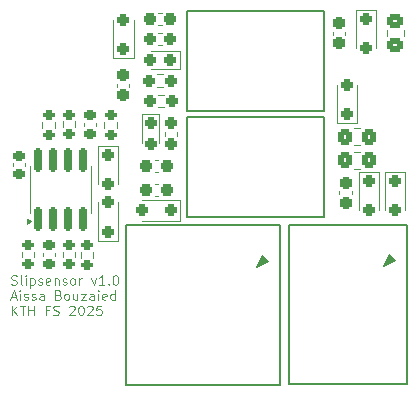
<source format=gto>
G04 #@! TF.GenerationSoftware,KiCad,Pcbnew,9.0.0*
G04 #@! TF.CreationDate,2025-06-17T18:49:07+02:00*
G04 #@! TF.ProjectId,SlipSensor_HW,536c6970-5365-46e7-936f-725f48572e6b,rev?*
G04 #@! TF.SameCoordinates,Original*
G04 #@! TF.FileFunction,Legend,Top*
G04 #@! TF.FilePolarity,Positive*
%FSLAX46Y46*%
G04 Gerber Fmt 4.6, Leading zero omitted, Abs format (unit mm)*
G04 Created by KiCad (PCBNEW 9.0.0) date 2025-06-17 18:49:07*
%MOMM*%
%LPD*%
G01*
G04 APERTURE LIST*
G04 Aperture macros list*
%AMRoundRect*
0 Rectangle with rounded corners*
0 $1 Rounding radius*
0 $2 $3 $4 $5 $6 $7 $8 $9 X,Y pos of 4 corners*
0 Add a 4 corners polygon primitive as box body*
4,1,4,$2,$3,$4,$5,$6,$7,$8,$9,$2,$3,0*
0 Add four circle primitives for the rounded corners*
1,1,$1+$1,$2,$3*
1,1,$1+$1,$4,$5*
1,1,$1+$1,$6,$7*
1,1,$1+$1,$8,$9*
0 Add four rect primitives between the rounded corners*
20,1,$1+$1,$2,$3,$4,$5,0*
20,1,$1+$1,$4,$5,$6,$7,0*
20,1,$1+$1,$6,$7,$8,$9,0*
20,1,$1+$1,$8,$9,$2,$3,0*%
G04 Aperture macros list end*
%ADD10C,0.080000*%
%ADD11C,0.120000*%
%ADD12C,0.150000*%
%ADD13C,0.100000*%
%ADD14RoundRect,0.237500X0.287500X0.237500X-0.287500X0.237500X-0.287500X-0.237500X0.287500X-0.237500X0*%
%ADD15RoundRect,0.225000X0.250000X-0.225000X0.250000X0.225000X-0.250000X0.225000X-0.250000X-0.225000X0*%
%ADD16RoundRect,0.237500X-0.250000X-0.237500X0.250000X-0.237500X0.250000X0.237500X-0.250000X0.237500X0*%
%ADD17RoundRect,0.225000X-0.250000X0.225000X-0.250000X-0.225000X0.250000X-0.225000X0.250000X0.225000X0*%
%ADD18RoundRect,0.250000X-0.250000X0.250000X-0.250000X-0.250000X0.250000X-0.250000X0.250000X0.250000X0*%
%ADD19RoundRect,0.200000X-0.275000X0.200000X-0.275000X-0.200000X0.275000X-0.200000X0.275000X0.200000X0*%
%ADD20C,1.524000*%
%ADD21RoundRect,0.237500X0.300000X0.237500X-0.300000X0.237500X-0.300000X-0.237500X0.300000X-0.237500X0*%
%ADD22C,3.200000*%
%ADD23RoundRect,0.200000X0.275000X-0.200000X0.275000X0.200000X-0.275000X0.200000X-0.275000X-0.200000X0*%
%ADD24RoundRect,0.237500X-0.300000X-0.237500X0.300000X-0.237500X0.300000X0.237500X-0.300000X0.237500X0*%
%ADD25RoundRect,0.250000X0.250000X0.250000X-0.250000X0.250000X-0.250000X-0.250000X0.250000X-0.250000X0*%
%ADD26RoundRect,0.237500X-0.237500X0.300000X-0.237500X-0.300000X0.237500X-0.300000X0.237500X0.300000X0*%
%ADD27RoundRect,0.237500X-0.237500X0.287500X-0.237500X-0.287500X0.237500X-0.287500X0.237500X0.287500X0*%
%ADD28RoundRect,0.250000X0.250000X-0.250000X0.250000X0.250000X-0.250000X0.250000X-0.250000X-0.250000X0*%
%ADD29RoundRect,0.150000X0.150000X-0.825000X0.150000X0.825000X-0.150000X0.825000X-0.150000X-0.825000X0*%
%ADD30RoundRect,0.250000X-0.325000X-0.450000X0.325000X-0.450000X0.325000X0.450000X-0.325000X0.450000X0*%
%ADD31RoundRect,0.250000X-0.450000X0.325000X-0.450000X-0.325000X0.450000X-0.325000X0.450000X0.325000X0*%
%ADD32C,3.000000*%
%ADD33C,1.800000*%
%ADD34RoundRect,0.237500X-0.287500X-0.237500X0.287500X-0.237500X0.287500X0.237500X-0.287500X0.237500X0*%
%ADD35RoundRect,0.237500X0.237500X-0.287500X0.237500X0.287500X-0.237500X0.287500X-0.237500X-0.287500X0*%
G04 APERTURE END LIST*
D10*
X105205011Y-80745975D02*
X105319297Y-80784070D01*
X105319297Y-80784070D02*
X105509773Y-80784070D01*
X105509773Y-80784070D02*
X105585964Y-80745975D01*
X105585964Y-80745975D02*
X105624059Y-80707879D01*
X105624059Y-80707879D02*
X105662154Y-80631689D01*
X105662154Y-80631689D02*
X105662154Y-80555498D01*
X105662154Y-80555498D02*
X105624059Y-80479308D01*
X105624059Y-80479308D02*
X105585964Y-80441213D01*
X105585964Y-80441213D02*
X105509773Y-80403117D01*
X105509773Y-80403117D02*
X105357392Y-80365022D01*
X105357392Y-80365022D02*
X105281202Y-80326927D01*
X105281202Y-80326927D02*
X105243107Y-80288832D01*
X105243107Y-80288832D02*
X105205011Y-80212641D01*
X105205011Y-80212641D02*
X105205011Y-80136451D01*
X105205011Y-80136451D02*
X105243107Y-80060260D01*
X105243107Y-80060260D02*
X105281202Y-80022165D01*
X105281202Y-80022165D02*
X105357392Y-79984070D01*
X105357392Y-79984070D02*
X105547869Y-79984070D01*
X105547869Y-79984070D02*
X105662154Y-80022165D01*
X106119297Y-80784070D02*
X106043107Y-80745975D01*
X106043107Y-80745975D02*
X106005012Y-80669784D01*
X106005012Y-80669784D02*
X106005012Y-79984070D01*
X106424060Y-80784070D02*
X106424060Y-80250736D01*
X106424060Y-79984070D02*
X106385964Y-80022165D01*
X106385964Y-80022165D02*
X106424060Y-80060260D01*
X106424060Y-80060260D02*
X106462155Y-80022165D01*
X106462155Y-80022165D02*
X106424060Y-79984070D01*
X106424060Y-79984070D02*
X106424060Y-80060260D01*
X106805012Y-80250736D02*
X106805012Y-81050736D01*
X106805012Y-80288832D02*
X106881202Y-80250736D01*
X106881202Y-80250736D02*
X107033583Y-80250736D01*
X107033583Y-80250736D02*
X107109774Y-80288832D01*
X107109774Y-80288832D02*
X107147869Y-80326927D01*
X107147869Y-80326927D02*
X107185964Y-80403117D01*
X107185964Y-80403117D02*
X107185964Y-80631689D01*
X107185964Y-80631689D02*
X107147869Y-80707879D01*
X107147869Y-80707879D02*
X107109774Y-80745975D01*
X107109774Y-80745975D02*
X107033583Y-80784070D01*
X107033583Y-80784070D02*
X106881202Y-80784070D01*
X106881202Y-80784070D02*
X106805012Y-80745975D01*
X107490726Y-80745975D02*
X107566917Y-80784070D01*
X107566917Y-80784070D02*
X107719298Y-80784070D01*
X107719298Y-80784070D02*
X107795488Y-80745975D01*
X107795488Y-80745975D02*
X107833584Y-80669784D01*
X107833584Y-80669784D02*
X107833584Y-80631689D01*
X107833584Y-80631689D02*
X107795488Y-80555498D01*
X107795488Y-80555498D02*
X107719298Y-80517403D01*
X107719298Y-80517403D02*
X107605012Y-80517403D01*
X107605012Y-80517403D02*
X107528822Y-80479308D01*
X107528822Y-80479308D02*
X107490726Y-80403117D01*
X107490726Y-80403117D02*
X107490726Y-80365022D01*
X107490726Y-80365022D02*
X107528822Y-80288832D01*
X107528822Y-80288832D02*
X107605012Y-80250736D01*
X107605012Y-80250736D02*
X107719298Y-80250736D01*
X107719298Y-80250736D02*
X107795488Y-80288832D01*
X108481203Y-80745975D02*
X108405012Y-80784070D01*
X108405012Y-80784070D02*
X108252631Y-80784070D01*
X108252631Y-80784070D02*
X108176441Y-80745975D01*
X108176441Y-80745975D02*
X108138345Y-80669784D01*
X108138345Y-80669784D02*
X108138345Y-80365022D01*
X108138345Y-80365022D02*
X108176441Y-80288832D01*
X108176441Y-80288832D02*
X108252631Y-80250736D01*
X108252631Y-80250736D02*
X108405012Y-80250736D01*
X108405012Y-80250736D02*
X108481203Y-80288832D01*
X108481203Y-80288832D02*
X108519298Y-80365022D01*
X108519298Y-80365022D02*
X108519298Y-80441213D01*
X108519298Y-80441213D02*
X108138345Y-80517403D01*
X108862155Y-80250736D02*
X108862155Y-80784070D01*
X108862155Y-80326927D02*
X108900250Y-80288832D01*
X108900250Y-80288832D02*
X108976440Y-80250736D01*
X108976440Y-80250736D02*
X109090726Y-80250736D01*
X109090726Y-80250736D02*
X109166917Y-80288832D01*
X109166917Y-80288832D02*
X109205012Y-80365022D01*
X109205012Y-80365022D02*
X109205012Y-80784070D01*
X109547869Y-80745975D02*
X109624060Y-80784070D01*
X109624060Y-80784070D02*
X109776441Y-80784070D01*
X109776441Y-80784070D02*
X109852631Y-80745975D01*
X109852631Y-80745975D02*
X109890727Y-80669784D01*
X109890727Y-80669784D02*
X109890727Y-80631689D01*
X109890727Y-80631689D02*
X109852631Y-80555498D01*
X109852631Y-80555498D02*
X109776441Y-80517403D01*
X109776441Y-80517403D02*
X109662155Y-80517403D01*
X109662155Y-80517403D02*
X109585965Y-80479308D01*
X109585965Y-80479308D02*
X109547869Y-80403117D01*
X109547869Y-80403117D02*
X109547869Y-80365022D01*
X109547869Y-80365022D02*
X109585965Y-80288832D01*
X109585965Y-80288832D02*
X109662155Y-80250736D01*
X109662155Y-80250736D02*
X109776441Y-80250736D01*
X109776441Y-80250736D02*
X109852631Y-80288832D01*
X110347869Y-80784070D02*
X110271679Y-80745975D01*
X110271679Y-80745975D02*
X110233584Y-80707879D01*
X110233584Y-80707879D02*
X110195488Y-80631689D01*
X110195488Y-80631689D02*
X110195488Y-80403117D01*
X110195488Y-80403117D02*
X110233584Y-80326927D01*
X110233584Y-80326927D02*
X110271679Y-80288832D01*
X110271679Y-80288832D02*
X110347869Y-80250736D01*
X110347869Y-80250736D02*
X110462155Y-80250736D01*
X110462155Y-80250736D02*
X110538346Y-80288832D01*
X110538346Y-80288832D02*
X110576441Y-80326927D01*
X110576441Y-80326927D02*
X110614536Y-80403117D01*
X110614536Y-80403117D02*
X110614536Y-80631689D01*
X110614536Y-80631689D02*
X110576441Y-80707879D01*
X110576441Y-80707879D02*
X110538346Y-80745975D01*
X110538346Y-80745975D02*
X110462155Y-80784070D01*
X110462155Y-80784070D02*
X110347869Y-80784070D01*
X110957394Y-80784070D02*
X110957394Y-80250736D01*
X110957394Y-80403117D02*
X110995489Y-80326927D01*
X110995489Y-80326927D02*
X111033584Y-80288832D01*
X111033584Y-80288832D02*
X111109775Y-80250736D01*
X111109775Y-80250736D02*
X111185965Y-80250736D01*
X111985965Y-80250736D02*
X112176441Y-80784070D01*
X112176441Y-80784070D02*
X112366918Y-80250736D01*
X113090727Y-80784070D02*
X112633584Y-80784070D01*
X112862156Y-80784070D02*
X112862156Y-79984070D01*
X112862156Y-79984070D02*
X112785965Y-80098355D01*
X112785965Y-80098355D02*
X112709775Y-80174546D01*
X112709775Y-80174546D02*
X112633584Y-80212641D01*
X113433585Y-80707879D02*
X113471680Y-80745975D01*
X113471680Y-80745975D02*
X113433585Y-80784070D01*
X113433585Y-80784070D02*
X113395489Y-80745975D01*
X113395489Y-80745975D02*
X113433585Y-80707879D01*
X113433585Y-80707879D02*
X113433585Y-80784070D01*
X113966918Y-79984070D02*
X114043108Y-79984070D01*
X114043108Y-79984070D02*
X114119299Y-80022165D01*
X114119299Y-80022165D02*
X114157394Y-80060260D01*
X114157394Y-80060260D02*
X114195489Y-80136451D01*
X114195489Y-80136451D02*
X114233584Y-80288832D01*
X114233584Y-80288832D02*
X114233584Y-80479308D01*
X114233584Y-80479308D02*
X114195489Y-80631689D01*
X114195489Y-80631689D02*
X114157394Y-80707879D01*
X114157394Y-80707879D02*
X114119299Y-80745975D01*
X114119299Y-80745975D02*
X114043108Y-80784070D01*
X114043108Y-80784070D02*
X113966918Y-80784070D01*
X113966918Y-80784070D02*
X113890727Y-80745975D01*
X113890727Y-80745975D02*
X113852632Y-80707879D01*
X113852632Y-80707879D02*
X113814537Y-80631689D01*
X113814537Y-80631689D02*
X113776441Y-80479308D01*
X113776441Y-80479308D02*
X113776441Y-80288832D01*
X113776441Y-80288832D02*
X113814537Y-80136451D01*
X113814537Y-80136451D02*
X113852632Y-80060260D01*
X113852632Y-80060260D02*
X113890727Y-80022165D01*
X113890727Y-80022165D02*
X113966918Y-79984070D01*
X105205011Y-81843453D02*
X105585964Y-81843453D01*
X105128821Y-82072025D02*
X105395488Y-81272025D01*
X105395488Y-81272025D02*
X105662154Y-82072025D01*
X105928821Y-82072025D02*
X105928821Y-81538691D01*
X105928821Y-81272025D02*
X105890725Y-81310120D01*
X105890725Y-81310120D02*
X105928821Y-81348215D01*
X105928821Y-81348215D02*
X105966916Y-81310120D01*
X105966916Y-81310120D02*
X105928821Y-81272025D01*
X105928821Y-81272025D02*
X105928821Y-81348215D01*
X106271677Y-82033930D02*
X106347868Y-82072025D01*
X106347868Y-82072025D02*
X106500249Y-82072025D01*
X106500249Y-82072025D02*
X106576439Y-82033930D01*
X106576439Y-82033930D02*
X106614535Y-81957739D01*
X106614535Y-81957739D02*
X106614535Y-81919644D01*
X106614535Y-81919644D02*
X106576439Y-81843453D01*
X106576439Y-81843453D02*
X106500249Y-81805358D01*
X106500249Y-81805358D02*
X106385963Y-81805358D01*
X106385963Y-81805358D02*
X106309773Y-81767263D01*
X106309773Y-81767263D02*
X106271677Y-81691072D01*
X106271677Y-81691072D02*
X106271677Y-81652977D01*
X106271677Y-81652977D02*
X106309773Y-81576787D01*
X106309773Y-81576787D02*
X106385963Y-81538691D01*
X106385963Y-81538691D02*
X106500249Y-81538691D01*
X106500249Y-81538691D02*
X106576439Y-81576787D01*
X106919296Y-82033930D02*
X106995487Y-82072025D01*
X106995487Y-82072025D02*
X107147868Y-82072025D01*
X107147868Y-82072025D02*
X107224058Y-82033930D01*
X107224058Y-82033930D02*
X107262154Y-81957739D01*
X107262154Y-81957739D02*
X107262154Y-81919644D01*
X107262154Y-81919644D02*
X107224058Y-81843453D01*
X107224058Y-81843453D02*
X107147868Y-81805358D01*
X107147868Y-81805358D02*
X107033582Y-81805358D01*
X107033582Y-81805358D02*
X106957392Y-81767263D01*
X106957392Y-81767263D02*
X106919296Y-81691072D01*
X106919296Y-81691072D02*
X106919296Y-81652977D01*
X106919296Y-81652977D02*
X106957392Y-81576787D01*
X106957392Y-81576787D02*
X107033582Y-81538691D01*
X107033582Y-81538691D02*
X107147868Y-81538691D01*
X107147868Y-81538691D02*
X107224058Y-81576787D01*
X107947868Y-82072025D02*
X107947868Y-81652977D01*
X107947868Y-81652977D02*
X107909773Y-81576787D01*
X107909773Y-81576787D02*
X107833582Y-81538691D01*
X107833582Y-81538691D02*
X107681201Y-81538691D01*
X107681201Y-81538691D02*
X107605011Y-81576787D01*
X107947868Y-82033930D02*
X107871677Y-82072025D01*
X107871677Y-82072025D02*
X107681201Y-82072025D01*
X107681201Y-82072025D02*
X107605011Y-82033930D01*
X107605011Y-82033930D02*
X107566915Y-81957739D01*
X107566915Y-81957739D02*
X107566915Y-81881549D01*
X107566915Y-81881549D02*
X107605011Y-81805358D01*
X107605011Y-81805358D02*
X107681201Y-81767263D01*
X107681201Y-81767263D02*
X107871677Y-81767263D01*
X107871677Y-81767263D02*
X107947868Y-81729168D01*
X109205011Y-81652977D02*
X109319297Y-81691072D01*
X109319297Y-81691072D02*
X109357392Y-81729168D01*
X109357392Y-81729168D02*
X109395488Y-81805358D01*
X109395488Y-81805358D02*
X109395488Y-81919644D01*
X109395488Y-81919644D02*
X109357392Y-81995834D01*
X109357392Y-81995834D02*
X109319297Y-82033930D01*
X109319297Y-82033930D02*
X109243107Y-82072025D01*
X109243107Y-82072025D02*
X108938345Y-82072025D01*
X108938345Y-82072025D02*
X108938345Y-81272025D01*
X108938345Y-81272025D02*
X109205011Y-81272025D01*
X109205011Y-81272025D02*
X109281202Y-81310120D01*
X109281202Y-81310120D02*
X109319297Y-81348215D01*
X109319297Y-81348215D02*
X109357392Y-81424406D01*
X109357392Y-81424406D02*
X109357392Y-81500596D01*
X109357392Y-81500596D02*
X109319297Y-81576787D01*
X109319297Y-81576787D02*
X109281202Y-81614882D01*
X109281202Y-81614882D02*
X109205011Y-81652977D01*
X109205011Y-81652977D02*
X108938345Y-81652977D01*
X109852630Y-82072025D02*
X109776440Y-82033930D01*
X109776440Y-82033930D02*
X109738345Y-81995834D01*
X109738345Y-81995834D02*
X109700249Y-81919644D01*
X109700249Y-81919644D02*
X109700249Y-81691072D01*
X109700249Y-81691072D02*
X109738345Y-81614882D01*
X109738345Y-81614882D02*
X109776440Y-81576787D01*
X109776440Y-81576787D02*
X109852630Y-81538691D01*
X109852630Y-81538691D02*
X109966916Y-81538691D01*
X109966916Y-81538691D02*
X110043107Y-81576787D01*
X110043107Y-81576787D02*
X110081202Y-81614882D01*
X110081202Y-81614882D02*
X110119297Y-81691072D01*
X110119297Y-81691072D02*
X110119297Y-81919644D01*
X110119297Y-81919644D02*
X110081202Y-81995834D01*
X110081202Y-81995834D02*
X110043107Y-82033930D01*
X110043107Y-82033930D02*
X109966916Y-82072025D01*
X109966916Y-82072025D02*
X109852630Y-82072025D01*
X110805012Y-81538691D02*
X110805012Y-82072025D01*
X110462155Y-81538691D02*
X110462155Y-81957739D01*
X110462155Y-81957739D02*
X110500250Y-82033930D01*
X110500250Y-82033930D02*
X110576440Y-82072025D01*
X110576440Y-82072025D02*
X110690726Y-82072025D01*
X110690726Y-82072025D02*
X110766917Y-82033930D01*
X110766917Y-82033930D02*
X110805012Y-81995834D01*
X111109774Y-81538691D02*
X111528822Y-81538691D01*
X111528822Y-81538691D02*
X111109774Y-82072025D01*
X111109774Y-82072025D02*
X111528822Y-82072025D01*
X112176441Y-82072025D02*
X112176441Y-81652977D01*
X112176441Y-81652977D02*
X112138346Y-81576787D01*
X112138346Y-81576787D02*
X112062155Y-81538691D01*
X112062155Y-81538691D02*
X111909774Y-81538691D01*
X111909774Y-81538691D02*
X111833584Y-81576787D01*
X112176441Y-82033930D02*
X112100250Y-82072025D01*
X112100250Y-82072025D02*
X111909774Y-82072025D01*
X111909774Y-82072025D02*
X111833584Y-82033930D01*
X111833584Y-82033930D02*
X111795488Y-81957739D01*
X111795488Y-81957739D02*
X111795488Y-81881549D01*
X111795488Y-81881549D02*
X111833584Y-81805358D01*
X111833584Y-81805358D02*
X111909774Y-81767263D01*
X111909774Y-81767263D02*
X112100250Y-81767263D01*
X112100250Y-81767263D02*
X112176441Y-81729168D01*
X112557394Y-82072025D02*
X112557394Y-81538691D01*
X112557394Y-81272025D02*
X112519298Y-81310120D01*
X112519298Y-81310120D02*
X112557394Y-81348215D01*
X112557394Y-81348215D02*
X112595489Y-81310120D01*
X112595489Y-81310120D02*
X112557394Y-81272025D01*
X112557394Y-81272025D02*
X112557394Y-81348215D01*
X113243108Y-82033930D02*
X113166917Y-82072025D01*
X113166917Y-82072025D02*
X113014536Y-82072025D01*
X113014536Y-82072025D02*
X112938346Y-82033930D01*
X112938346Y-82033930D02*
X112900250Y-81957739D01*
X112900250Y-81957739D02*
X112900250Y-81652977D01*
X112900250Y-81652977D02*
X112938346Y-81576787D01*
X112938346Y-81576787D02*
X113014536Y-81538691D01*
X113014536Y-81538691D02*
X113166917Y-81538691D01*
X113166917Y-81538691D02*
X113243108Y-81576787D01*
X113243108Y-81576787D02*
X113281203Y-81652977D01*
X113281203Y-81652977D02*
X113281203Y-81729168D01*
X113281203Y-81729168D02*
X112900250Y-81805358D01*
X113966917Y-82072025D02*
X113966917Y-81272025D01*
X113966917Y-82033930D02*
X113890726Y-82072025D01*
X113890726Y-82072025D02*
X113738345Y-82072025D01*
X113738345Y-82072025D02*
X113662155Y-82033930D01*
X113662155Y-82033930D02*
X113624060Y-81995834D01*
X113624060Y-81995834D02*
X113585964Y-81919644D01*
X113585964Y-81919644D02*
X113585964Y-81691072D01*
X113585964Y-81691072D02*
X113624060Y-81614882D01*
X113624060Y-81614882D02*
X113662155Y-81576787D01*
X113662155Y-81576787D02*
X113738345Y-81538691D01*
X113738345Y-81538691D02*
X113890726Y-81538691D01*
X113890726Y-81538691D02*
X113966917Y-81576787D01*
X105243107Y-83359980D02*
X105243107Y-82559980D01*
X105700250Y-83359980D02*
X105357392Y-82902837D01*
X105700250Y-82559980D02*
X105243107Y-83017123D01*
X105928821Y-82559980D02*
X106385964Y-82559980D01*
X106157392Y-83359980D02*
X106157392Y-82559980D01*
X106652631Y-83359980D02*
X106652631Y-82559980D01*
X106652631Y-82940932D02*
X107109774Y-82940932D01*
X107109774Y-83359980D02*
X107109774Y-82559980D01*
X108366916Y-82940932D02*
X108100250Y-82940932D01*
X108100250Y-83359980D02*
X108100250Y-82559980D01*
X108100250Y-82559980D02*
X108481202Y-82559980D01*
X108747868Y-83321885D02*
X108862154Y-83359980D01*
X108862154Y-83359980D02*
X109052630Y-83359980D01*
X109052630Y-83359980D02*
X109128821Y-83321885D01*
X109128821Y-83321885D02*
X109166916Y-83283789D01*
X109166916Y-83283789D02*
X109205011Y-83207599D01*
X109205011Y-83207599D02*
X109205011Y-83131408D01*
X109205011Y-83131408D02*
X109166916Y-83055218D01*
X109166916Y-83055218D02*
X109128821Y-83017123D01*
X109128821Y-83017123D02*
X109052630Y-82979027D01*
X109052630Y-82979027D02*
X108900249Y-82940932D01*
X108900249Y-82940932D02*
X108824059Y-82902837D01*
X108824059Y-82902837D02*
X108785964Y-82864742D01*
X108785964Y-82864742D02*
X108747868Y-82788551D01*
X108747868Y-82788551D02*
X108747868Y-82712361D01*
X108747868Y-82712361D02*
X108785964Y-82636170D01*
X108785964Y-82636170D02*
X108824059Y-82598075D01*
X108824059Y-82598075D02*
X108900249Y-82559980D01*
X108900249Y-82559980D02*
X109090726Y-82559980D01*
X109090726Y-82559980D02*
X109205011Y-82598075D01*
X110119297Y-82636170D02*
X110157393Y-82598075D01*
X110157393Y-82598075D02*
X110233583Y-82559980D01*
X110233583Y-82559980D02*
X110424059Y-82559980D01*
X110424059Y-82559980D02*
X110500250Y-82598075D01*
X110500250Y-82598075D02*
X110538345Y-82636170D01*
X110538345Y-82636170D02*
X110576440Y-82712361D01*
X110576440Y-82712361D02*
X110576440Y-82788551D01*
X110576440Y-82788551D02*
X110538345Y-82902837D01*
X110538345Y-82902837D02*
X110081202Y-83359980D01*
X110081202Y-83359980D02*
X110576440Y-83359980D01*
X111071679Y-82559980D02*
X111147869Y-82559980D01*
X111147869Y-82559980D02*
X111224060Y-82598075D01*
X111224060Y-82598075D02*
X111262155Y-82636170D01*
X111262155Y-82636170D02*
X111300250Y-82712361D01*
X111300250Y-82712361D02*
X111338345Y-82864742D01*
X111338345Y-82864742D02*
X111338345Y-83055218D01*
X111338345Y-83055218D02*
X111300250Y-83207599D01*
X111300250Y-83207599D02*
X111262155Y-83283789D01*
X111262155Y-83283789D02*
X111224060Y-83321885D01*
X111224060Y-83321885D02*
X111147869Y-83359980D01*
X111147869Y-83359980D02*
X111071679Y-83359980D01*
X111071679Y-83359980D02*
X110995488Y-83321885D01*
X110995488Y-83321885D02*
X110957393Y-83283789D01*
X110957393Y-83283789D02*
X110919298Y-83207599D01*
X110919298Y-83207599D02*
X110881202Y-83055218D01*
X110881202Y-83055218D02*
X110881202Y-82864742D01*
X110881202Y-82864742D02*
X110919298Y-82712361D01*
X110919298Y-82712361D02*
X110957393Y-82636170D01*
X110957393Y-82636170D02*
X110995488Y-82598075D01*
X110995488Y-82598075D02*
X111071679Y-82559980D01*
X111643107Y-82636170D02*
X111681203Y-82598075D01*
X111681203Y-82598075D02*
X111757393Y-82559980D01*
X111757393Y-82559980D02*
X111947869Y-82559980D01*
X111947869Y-82559980D02*
X112024060Y-82598075D01*
X112024060Y-82598075D02*
X112062155Y-82636170D01*
X112062155Y-82636170D02*
X112100250Y-82712361D01*
X112100250Y-82712361D02*
X112100250Y-82788551D01*
X112100250Y-82788551D02*
X112062155Y-82902837D01*
X112062155Y-82902837D02*
X111605012Y-83359980D01*
X111605012Y-83359980D02*
X112100250Y-83359980D01*
X112824060Y-82559980D02*
X112443108Y-82559980D01*
X112443108Y-82559980D02*
X112405012Y-82940932D01*
X112405012Y-82940932D02*
X112443108Y-82902837D01*
X112443108Y-82902837D02*
X112519298Y-82864742D01*
X112519298Y-82864742D02*
X112709774Y-82864742D01*
X112709774Y-82864742D02*
X112785965Y-82902837D01*
X112785965Y-82902837D02*
X112824060Y-82940932D01*
X112824060Y-82940932D02*
X112862155Y-83017123D01*
X112862155Y-83017123D02*
X112862155Y-83207599D01*
X112862155Y-83207599D02*
X112824060Y-83283789D01*
X112824060Y-83283789D02*
X112785965Y-83321885D01*
X112785965Y-83321885D02*
X112709774Y-83359980D01*
X112709774Y-83359980D02*
X112519298Y-83359980D01*
X112519298Y-83359980D02*
X112443108Y-83321885D01*
X112443108Y-83321885D02*
X112405012Y-83283789D01*
D11*
X117000000Y-62485000D02*
X119460000Y-62485000D01*
X119460000Y-61015000D02*
X117000000Y-61015000D01*
X119460000Y-62485000D02*
X119460000Y-61015000D01*
X111355000Y-67365580D02*
X111355000Y-67084420D01*
X112375000Y-67365580D02*
X112375000Y-67084420D01*
X117545276Y-62977500D02*
X118054724Y-62977500D01*
X117545276Y-64022500D02*
X118054724Y-64022500D01*
X105355000Y-70484420D02*
X105355000Y-70765580D01*
X106375000Y-70484420D02*
X106375000Y-70765580D01*
X134650000Y-71240000D02*
X134650000Y-74500000D01*
X136350000Y-71240000D02*
X134650000Y-71240000D01*
X136350000Y-71240000D02*
X136350000Y-74500000D01*
X106092500Y-77987742D02*
X106092500Y-78462258D01*
X107137500Y-77987742D02*
X107137500Y-78462258D01*
D12*
X120112500Y-66587500D02*
X120112500Y-75087500D01*
X120112500Y-75087500D02*
X131712500Y-75087500D01*
X131712500Y-66587500D02*
X120112500Y-66587500D01*
X131712500Y-75087500D02*
X131712500Y-66587500D01*
D11*
X117646267Y-72240000D02*
X117353733Y-72240000D01*
X117646267Y-73260000D02*
X117353733Y-73260000D01*
X109592500Y-66962742D02*
X109592500Y-67437258D01*
X110637500Y-66962742D02*
X110637500Y-67437258D01*
X107842500Y-67487258D02*
X107842500Y-67012742D01*
X108887500Y-67487258D02*
X108887500Y-67012742D01*
X117653733Y-57790000D02*
X117946267Y-57790000D01*
X117653733Y-58810000D02*
X117946267Y-58810000D01*
X117645276Y-64727500D02*
X118154724Y-64727500D01*
X117645276Y-65772500D02*
X118154724Y-65772500D01*
X111092500Y-78487258D02*
X111092500Y-78012742D01*
X112137500Y-78487258D02*
X112137500Y-78012742D01*
X119510000Y-73650000D02*
X116250000Y-73650000D01*
X119510000Y-75350000D02*
X116250000Y-75350000D01*
X119510000Y-75350000D02*
X119510000Y-73650000D01*
X132990000Y-72853733D02*
X132990000Y-73146267D01*
X134010000Y-72853733D02*
X134010000Y-73146267D01*
X132442500Y-59353733D02*
X132442500Y-59646267D01*
X133462500Y-59353733D02*
X133462500Y-59646267D01*
X116265000Y-66340000D02*
X116265000Y-68800000D01*
X117735000Y-66340000D02*
X116265000Y-66340000D01*
X117735000Y-68800000D02*
X117735000Y-66340000D01*
X132750000Y-67110000D02*
X132750000Y-63850000D01*
X132750000Y-67110000D02*
X134450000Y-67110000D01*
X134450000Y-67110000D02*
X134450000Y-63850000D01*
X106805000Y-72725000D02*
X106805000Y-70775000D01*
X106805000Y-72725000D02*
X106805000Y-74675000D01*
X111925000Y-72725000D02*
X111925000Y-70775000D01*
X111925000Y-72725000D02*
X111925000Y-74675000D01*
X106900000Y-75425000D02*
X106570000Y-75665000D01*
X106570000Y-75185000D01*
X106900000Y-75425000D01*
G36*
X106900000Y-75425000D02*
G01*
X106570000Y-75665000D01*
X106570000Y-75185000D01*
X106900000Y-75425000D01*
G37*
X112515000Y-69040000D02*
X112515000Y-72300000D01*
X114215000Y-69040000D02*
X112515000Y-69040000D01*
X114215000Y-69040000D02*
X114215000Y-72300000D01*
X134238748Y-67540000D02*
X134761252Y-67540000D01*
X134238748Y-68960000D02*
X134761252Y-68960000D01*
X136990000Y-59238748D02*
X136990000Y-59761252D01*
X138410000Y-59238748D02*
X138410000Y-59761252D01*
X109592500Y-78462258D02*
X109592500Y-77987742D01*
X110637500Y-78462258D02*
X110637500Y-77987742D01*
X136852500Y-71240000D02*
X136852500Y-74500000D01*
X138552500Y-71240000D02*
X136852500Y-71240000D01*
X138552500Y-71240000D02*
X138552500Y-74500000D01*
D12*
X128702500Y-89200000D02*
X128702500Y-75700000D01*
X128702500Y-89200000D02*
X138702500Y-89200000D01*
X138702500Y-75700000D02*
X128702500Y-75700000D01*
X138702500Y-89200000D02*
X138702500Y-75700000D01*
D13*
X137702500Y-78700000D02*
X136702500Y-79200000D01*
X137202500Y-78200000D01*
X137702500Y-78700000D01*
G36*
X137702500Y-78700000D02*
G01*
X136702500Y-79200000D01*
X137202500Y-78200000D01*
X137702500Y-78700000D01*
G37*
D11*
X117628733Y-59490000D02*
X117971267Y-59490000D01*
X117628733Y-60510000D02*
X117971267Y-60510000D01*
X113850000Y-61610000D02*
X113850000Y-58350000D01*
X113850000Y-61610000D02*
X115550000Y-61610000D01*
X115550000Y-61610000D02*
X115550000Y-58350000D01*
D12*
X120065000Y-57587500D02*
X120065000Y-66087500D01*
X120065000Y-66087500D02*
X131665000Y-66087500D01*
X131665000Y-57587500D02*
X120065000Y-57587500D01*
X131665000Y-66087500D02*
X131665000Y-57587500D01*
D11*
X134238748Y-69540000D02*
X134761252Y-69540000D01*
X134238748Y-70960000D02*
X134761252Y-70960000D01*
X107855000Y-78084420D02*
X107855000Y-78365580D01*
X108875000Y-78084420D02*
X108875000Y-78365580D01*
X114190000Y-63753733D02*
X114190000Y-64046267D01*
X115210000Y-63753733D02*
X115210000Y-64046267D01*
X134352500Y-57490000D02*
X134352500Y-60750000D01*
X136052500Y-57490000D02*
X134352500Y-57490000D01*
X136052500Y-57490000D02*
X136052500Y-60750000D01*
X112515000Y-77060000D02*
X112515000Y-73800000D01*
X112515000Y-77060000D02*
X114215000Y-77060000D01*
X114215000Y-77060000D02*
X114215000Y-73800000D01*
X113092500Y-67012742D02*
X113092500Y-67487258D01*
X114137500Y-67012742D02*
X114137500Y-67487258D01*
X117646267Y-70240000D02*
X117353733Y-70240000D01*
X117646267Y-71260000D02*
X117353733Y-71260000D01*
X118240000Y-68171267D02*
X118240000Y-67828733D01*
X119260000Y-68171267D02*
X119260000Y-67828733D01*
D12*
X114952500Y-89250000D02*
X114952500Y-75750000D01*
X114952500Y-89250000D02*
X127952500Y-89250000D01*
X127952500Y-75750000D02*
X114952500Y-75750000D01*
X127952500Y-89250000D02*
X127952500Y-75750000D01*
D13*
X126952500Y-78750000D02*
X125952500Y-79250000D01*
X126452500Y-78250000D01*
X126952500Y-78750000D01*
G36*
X126952500Y-78750000D02*
G01*
X125952500Y-79250000D01*
X126452500Y-78250000D01*
X126952500Y-78750000D01*
G37*
%LPC*%
D14*
X118675000Y-61750000D03*
X116925000Y-61750000D03*
D15*
X111865000Y-68000000D03*
X111865000Y-66450000D03*
D16*
X116887500Y-63500000D03*
X118712500Y-63500000D03*
D17*
X105865000Y-69850000D03*
X105865000Y-71400000D03*
D18*
X135500000Y-72000000D03*
X135500000Y-74500000D03*
D19*
X106615000Y-77400000D03*
X106615000Y-79050000D03*
D20*
X128452500Y-68587500D03*
X125912500Y-68587500D03*
X123372500Y-68587500D03*
D21*
X118362500Y-72750000D03*
X116637500Y-72750000D03*
D19*
X110115000Y-66375000D03*
X110115000Y-68025000D03*
D22*
X108000000Y-60000000D03*
D23*
X108365000Y-68075000D03*
X108365000Y-66425000D03*
D24*
X116937500Y-58300000D03*
X118662500Y-58300000D03*
D16*
X116987500Y-65250000D03*
X118812500Y-65250000D03*
D23*
X111615000Y-79075000D03*
X111615000Y-77425000D03*
D25*
X118750000Y-74500000D03*
X116250000Y-74500000D03*
D26*
X133500000Y-72137500D03*
X133500000Y-73862500D03*
X132952500Y-58637500D03*
X132952500Y-60362500D03*
D27*
X117000000Y-67125000D03*
X117000000Y-68875000D03*
D28*
X133600000Y-66350000D03*
X133600000Y-63850000D03*
D29*
X107460000Y-75200000D03*
X108730000Y-75200000D03*
X110000000Y-75200000D03*
X111270000Y-75200000D03*
X111270000Y-70250000D03*
X110000000Y-70250000D03*
X108730000Y-70250000D03*
X107460000Y-70250000D03*
D18*
X113365000Y-69800000D03*
X113365000Y-72300000D03*
D30*
X133475000Y-68250000D03*
X135525000Y-68250000D03*
D22*
X108500000Y-86250000D03*
D31*
X137700000Y-58475000D03*
X137700000Y-60525000D03*
D23*
X110115000Y-79050000D03*
X110115000Y-77400000D03*
D18*
X137702500Y-72000000D03*
X137702500Y-74500000D03*
D32*
X133702500Y-84500000D03*
D33*
X135202500Y-80200000D03*
X132202500Y-80200000D03*
X135202500Y-77200000D03*
X132202500Y-77200000D03*
D34*
X116925000Y-60000000D03*
X118675000Y-60000000D03*
D28*
X114700000Y-60850000D03*
X114700000Y-58350000D03*
D20*
X128405000Y-59587500D03*
X125865000Y-59587500D03*
X123325000Y-59587500D03*
D30*
X133475000Y-70250000D03*
X135525000Y-70250000D03*
D17*
X108365000Y-77450000D03*
X108365000Y-79000000D03*
D26*
X114700000Y-63037500D03*
X114700000Y-64762500D03*
D18*
X135202500Y-58250000D03*
X135202500Y-60750000D03*
D28*
X113365000Y-76300000D03*
X113365000Y-73800000D03*
D19*
X113615000Y-66425000D03*
X113615000Y-68075000D03*
D21*
X118362500Y-70750000D03*
X116637500Y-70750000D03*
D35*
X118750000Y-68875000D03*
X118750000Y-67125000D03*
D32*
X121452500Y-84550000D03*
D33*
X124452500Y-80250000D03*
X121452500Y-80250000D03*
X118452500Y-80250000D03*
X124452500Y-77250000D03*
X121452500Y-77250000D03*
X118452500Y-77250000D03*
%LPD*%
M02*

</source>
